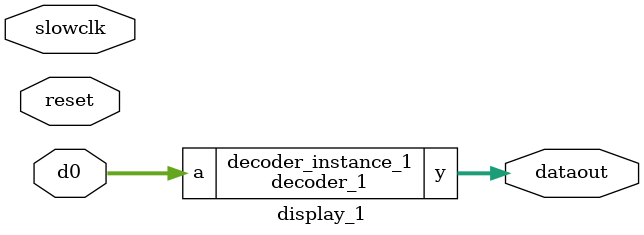
<source format=sv>
module keypadModule	(input  logic		   clk, reset,
							 input  logic [3:0]	rows,
							 output logic [3:0]	cols,
							 output logic [3:0]	dataout);

	logic			slowclk;
	logic [3:0]	d0;

	clkdiv_1		clkdiv_instance_1 (clk, reset, slowclk);
	keypad_1		keypad_instance_1 (slowclk, reset, rows, cols, d0);
	display_1	display_instance_1 (slowclk, reset, d0, dataout);
	
endmodule

module keypad_1(input	logic				slowclk, reset,
				    input 	logic [3:0]		rows,
			       output  logic [3:0]		cols, d0);

	logic			state;
	logic [3:0] key;

	always_ff@(posedge slowclk or posedge reset)
		if (reset) begin
			state <= 0;
			cols <= 4'b0111;
			d0 <= 4'b0000;
		end else if (&rows) begin
			state <= 0;
			cols <= {cols[0], cols[3:1]};
		end else if (~state) begin
			state <= 1;
			d0 <= key;
		end

	always_comb
		case({rows, cols})
			8'b0111_0111: key <= 'hC;
			8'b1011_0111: key <= 'hD;
			8'b1101_0111: key <= 'hE;
			8'b1110_0111: key <= 'hF;
			8'b0111_1011: key <= 'h3;
			8'b1011_1011: key <= 'h6;
			8'b1101_1011: key <= 'h9;
			8'b1110_1011: key <= 'hB;
			8'b0111_1101: key <= 'h2;
			8'b1011_1101: key <= 'h5;
			8'b1101_1101: key <= 'h8;
			8'b1110_1101: key <= 'h0;
			8'b0111_0111: key <= 'h1;
			8'b1011_1011: key <= 'h4;
			8'b1101_1101: key <= 'h7;
			8'b1110_1110: key <= 'hA;
			default: key <= 'h0;
		endcase

endmodule

module clkdiv_1(input  logic clk, reset,
			  output logic slowclk);

		logic [16:0] count;

		always_ff@(posedge clk or posedge reset)
			if (reset) count <= 0;
			else count <= count + 1;
		assign slowclk = count[16];

endmodule

module decoder_1 (input		logic [3:0] a,
						output	logic [3:0] y);

	always_comb
		case(a)
			0:	y = 4'b0000;
			1:	y = 4'b0000;
			2:	y = 4'b0000;
			3:	y = 4'b0000;
			4:	y = 4'b0000;
			5:	y = 4'b1000;
			6:	y = 4'b0000;
			7:	y = 4'b0100;
			8:	y = 4'b0010;
			9:	y = 4'b0001;
			10: y = 4'b0000;
			11: y = 4'b0000;
			12: y = 4'b0000;
			13: y = 4'b0000;
			14: y = 4'b0000;
			15: y = 4'b0000;

		endcase
endmodule

module display_1(slowclk, reset, d0, dataout);
	input			slowclk;
	input			reset;
	input [3:0]		d0;
	output [3:0]	dataout;

	decoder_1 decoder_instance_1(d0, dataout);
endmodule

</source>
